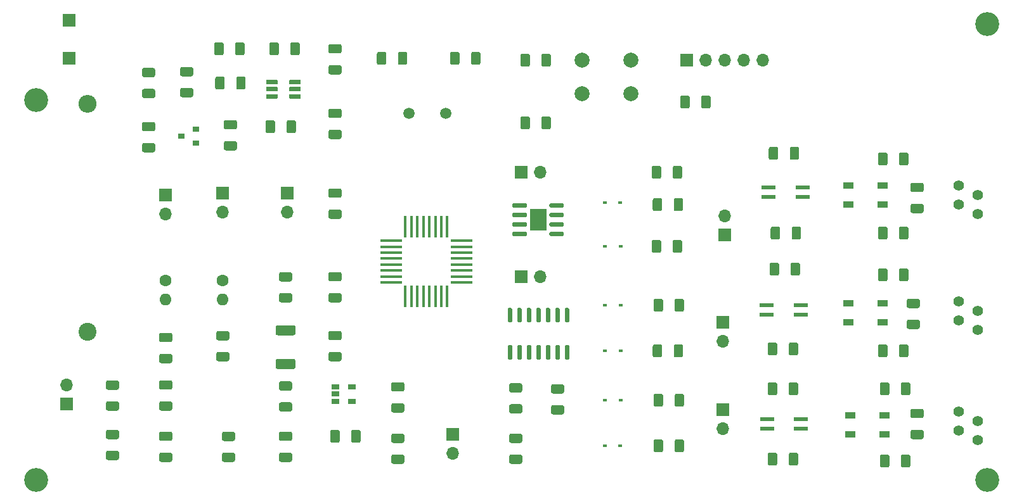
<source format=gbr>
%TF.GenerationSoftware,KiCad,Pcbnew,(5.1.6)-1*%
%TF.CreationDate,2020-08-06T11:36:23+02:00*%
%TF.ProjectId,Sintaksa-stm32g031-BMSmodul,53696e74-616b-4736-912d-73746d333267,rev?*%
%TF.SameCoordinates,Original*%
%TF.FileFunction,Soldermask,Top*%
%TF.FilePolarity,Negative*%
%FSLAX46Y46*%
G04 Gerber Fmt 4.6, Leading zero omitted, Abs format (unit mm)*
G04 Created by KiCad (PCBNEW (5.1.6)-1) date 2020-08-06 11:36:23*
%MOMM*%
%LPD*%
G01*
G04 APERTURE LIST*
%ADD10C,3.200000*%
%ADD11R,1.700000X1.700000*%
%ADD12C,1.400000*%
%ADD13R,1.350000X0.900000*%
%ADD14R,1.060000X0.650000*%
%ADD15O,1.700000X1.700000*%
%ADD16C,1.500000*%
%ADD17R,2.290000X3.000000*%
%ADD18R,3.000000X0.370000*%
%ADD19R,0.370000X3.000000*%
%ADD20O,1.600000X1.600000*%
%ADD21C,1.600000*%
%ADD22C,2.000000*%
%ADD23O,2.400000X2.400000*%
%ADD24C,2.400000*%
%ADD25R,0.900000X0.800000*%
%ADD26R,1.850000X0.600000*%
%ADD27R,0.600000X0.450000*%
G04 APERTURE END LIST*
D10*
%TO.C,H4*%
X187960000Y-116840000D03*
%TD*%
%TO.C,H3*%
X60960000Y-116840000D03*
%TD*%
%TO.C,H2*%
X60960000Y-66040000D03*
%TD*%
%TO.C,H1*%
X187960000Y-55880000D03*
%TD*%
D11*
%TO.C,J1*%
X65300000Y-60400000D03*
X65300000Y-55320000D03*
%TD*%
D12*
%TO.C,U8*%
X186690000Y-111506000D03*
X184150000Y-110236000D03*
X186690000Y-108966000D03*
X184150000Y-107696000D03*
%TD*%
%TO.C,U6*%
X186690000Y-81280000D03*
X184150000Y-80010000D03*
X186690000Y-78740000D03*
X184150000Y-77470000D03*
%TD*%
%TO.C,U7*%
X186690000Y-96774000D03*
X184150000Y-95504000D03*
X186690000Y-94234000D03*
X184150000Y-92964000D03*
%TD*%
D13*
%TO.C,L5*%
X169429000Y-95738000D03*
X169429000Y-93238000D03*
X173979000Y-93238000D03*
X173979000Y-95738000D03*
%TD*%
%TO.C,L7*%
X169683000Y-110724000D03*
X169683000Y-108224000D03*
X174233000Y-108224000D03*
X174233000Y-110724000D03*
%TD*%
%TO.C,L3*%
X169429000Y-79990000D03*
X169429000Y-77490000D03*
X173979000Y-77490000D03*
X173979000Y-79990000D03*
%TD*%
%TO.C,R22*%
G36*
G01*
X95309001Y-97485000D02*
X93158999Y-97485000D01*
G75*
G02*
X92909000Y-97235001I0J249999D01*
G01*
X92909000Y-96384999D01*
G75*
G02*
X93158999Y-96135000I249999J0D01*
G01*
X95309001Y-96135000D01*
G75*
G02*
X95559000Y-96384999I0J-249999D01*
G01*
X95559000Y-97235001D01*
G75*
G02*
X95309001Y-97485000I-249999J0D01*
G01*
G37*
G36*
G01*
X95309001Y-101985000D02*
X93158999Y-101985000D01*
G75*
G02*
X92909000Y-101735001I0J249999D01*
G01*
X92909000Y-100884999D01*
G75*
G02*
X93158999Y-100635000I249999J0D01*
G01*
X95309001Y-100635000D01*
G75*
G02*
X95559000Y-100884999I0J-249999D01*
G01*
X95559000Y-101735001D01*
G75*
G02*
X95309001Y-101985000I-249999J0D01*
G01*
G37*
%TD*%
D14*
%TO.C,U5*%
X103098000Y-104394000D03*
X103098000Y-106294000D03*
X100898000Y-106294000D03*
X100898000Y-105344000D03*
X100898000Y-104394000D03*
%TD*%
D15*
%TO.C,J12*%
X128270000Y-89662000D03*
D11*
X125730000Y-89662000D03*
%TD*%
%TO.C,U4*%
G36*
G01*
X124356000Y-95782000D02*
X124056000Y-95782000D01*
G75*
G02*
X123906000Y-95632000I0J150000D01*
G01*
X123906000Y-93982000D01*
G75*
G02*
X124056000Y-93832000I150000J0D01*
G01*
X124356000Y-93832000D01*
G75*
G02*
X124506000Y-93982000I0J-150000D01*
G01*
X124506000Y-95632000D01*
G75*
G02*
X124356000Y-95782000I-150000J0D01*
G01*
G37*
G36*
G01*
X125626000Y-95782000D02*
X125326000Y-95782000D01*
G75*
G02*
X125176000Y-95632000I0J150000D01*
G01*
X125176000Y-93982000D01*
G75*
G02*
X125326000Y-93832000I150000J0D01*
G01*
X125626000Y-93832000D01*
G75*
G02*
X125776000Y-93982000I0J-150000D01*
G01*
X125776000Y-95632000D01*
G75*
G02*
X125626000Y-95782000I-150000J0D01*
G01*
G37*
G36*
G01*
X126896000Y-95782000D02*
X126596000Y-95782000D01*
G75*
G02*
X126446000Y-95632000I0J150000D01*
G01*
X126446000Y-93982000D01*
G75*
G02*
X126596000Y-93832000I150000J0D01*
G01*
X126896000Y-93832000D01*
G75*
G02*
X127046000Y-93982000I0J-150000D01*
G01*
X127046000Y-95632000D01*
G75*
G02*
X126896000Y-95782000I-150000J0D01*
G01*
G37*
G36*
G01*
X128166000Y-95782000D02*
X127866000Y-95782000D01*
G75*
G02*
X127716000Y-95632000I0J150000D01*
G01*
X127716000Y-93982000D01*
G75*
G02*
X127866000Y-93832000I150000J0D01*
G01*
X128166000Y-93832000D01*
G75*
G02*
X128316000Y-93982000I0J-150000D01*
G01*
X128316000Y-95632000D01*
G75*
G02*
X128166000Y-95782000I-150000J0D01*
G01*
G37*
G36*
G01*
X129436000Y-95782000D02*
X129136000Y-95782000D01*
G75*
G02*
X128986000Y-95632000I0J150000D01*
G01*
X128986000Y-93982000D01*
G75*
G02*
X129136000Y-93832000I150000J0D01*
G01*
X129436000Y-93832000D01*
G75*
G02*
X129586000Y-93982000I0J-150000D01*
G01*
X129586000Y-95632000D01*
G75*
G02*
X129436000Y-95782000I-150000J0D01*
G01*
G37*
G36*
G01*
X130706000Y-95782000D02*
X130406000Y-95782000D01*
G75*
G02*
X130256000Y-95632000I0J150000D01*
G01*
X130256000Y-93982000D01*
G75*
G02*
X130406000Y-93832000I150000J0D01*
G01*
X130706000Y-93832000D01*
G75*
G02*
X130856000Y-93982000I0J-150000D01*
G01*
X130856000Y-95632000D01*
G75*
G02*
X130706000Y-95782000I-150000J0D01*
G01*
G37*
G36*
G01*
X131976000Y-95782000D02*
X131676000Y-95782000D01*
G75*
G02*
X131526000Y-95632000I0J150000D01*
G01*
X131526000Y-93982000D01*
G75*
G02*
X131676000Y-93832000I150000J0D01*
G01*
X131976000Y-93832000D01*
G75*
G02*
X132126000Y-93982000I0J-150000D01*
G01*
X132126000Y-95632000D01*
G75*
G02*
X131976000Y-95782000I-150000J0D01*
G01*
G37*
G36*
G01*
X131976000Y-100732000D02*
X131676000Y-100732000D01*
G75*
G02*
X131526000Y-100582000I0J150000D01*
G01*
X131526000Y-98932000D01*
G75*
G02*
X131676000Y-98782000I150000J0D01*
G01*
X131976000Y-98782000D01*
G75*
G02*
X132126000Y-98932000I0J-150000D01*
G01*
X132126000Y-100582000D01*
G75*
G02*
X131976000Y-100732000I-150000J0D01*
G01*
G37*
G36*
G01*
X130706000Y-100732000D02*
X130406000Y-100732000D01*
G75*
G02*
X130256000Y-100582000I0J150000D01*
G01*
X130256000Y-98932000D01*
G75*
G02*
X130406000Y-98782000I150000J0D01*
G01*
X130706000Y-98782000D01*
G75*
G02*
X130856000Y-98932000I0J-150000D01*
G01*
X130856000Y-100582000D01*
G75*
G02*
X130706000Y-100732000I-150000J0D01*
G01*
G37*
G36*
G01*
X129436000Y-100732000D02*
X129136000Y-100732000D01*
G75*
G02*
X128986000Y-100582000I0J150000D01*
G01*
X128986000Y-98932000D01*
G75*
G02*
X129136000Y-98782000I150000J0D01*
G01*
X129436000Y-98782000D01*
G75*
G02*
X129586000Y-98932000I0J-150000D01*
G01*
X129586000Y-100582000D01*
G75*
G02*
X129436000Y-100732000I-150000J0D01*
G01*
G37*
G36*
G01*
X128166000Y-100732000D02*
X127866000Y-100732000D01*
G75*
G02*
X127716000Y-100582000I0J150000D01*
G01*
X127716000Y-98932000D01*
G75*
G02*
X127866000Y-98782000I150000J0D01*
G01*
X128166000Y-98782000D01*
G75*
G02*
X128316000Y-98932000I0J-150000D01*
G01*
X128316000Y-100582000D01*
G75*
G02*
X128166000Y-100732000I-150000J0D01*
G01*
G37*
G36*
G01*
X126896000Y-100732000D02*
X126596000Y-100732000D01*
G75*
G02*
X126446000Y-100582000I0J150000D01*
G01*
X126446000Y-98932000D01*
G75*
G02*
X126596000Y-98782000I150000J0D01*
G01*
X126896000Y-98782000D01*
G75*
G02*
X127046000Y-98932000I0J-150000D01*
G01*
X127046000Y-100582000D01*
G75*
G02*
X126896000Y-100732000I-150000J0D01*
G01*
G37*
G36*
G01*
X125626000Y-100732000D02*
X125326000Y-100732000D01*
G75*
G02*
X125176000Y-100582000I0J150000D01*
G01*
X125176000Y-98932000D01*
G75*
G02*
X125326000Y-98782000I150000J0D01*
G01*
X125626000Y-98782000D01*
G75*
G02*
X125776000Y-98932000I0J-150000D01*
G01*
X125776000Y-100582000D01*
G75*
G02*
X125626000Y-100732000I-150000J0D01*
G01*
G37*
G36*
G01*
X124356000Y-100732000D02*
X124056000Y-100732000D01*
G75*
G02*
X123906000Y-100582000I0J150000D01*
G01*
X123906000Y-98932000D01*
G75*
G02*
X124056000Y-98782000I150000J0D01*
G01*
X124356000Y-98782000D01*
G75*
G02*
X124506000Y-98932000I0J-150000D01*
G01*
X124506000Y-100582000D01*
G75*
G02*
X124356000Y-100732000I-150000J0D01*
G01*
G37*
%TD*%
D16*
%TO.C,Y1*%
X115624000Y-67818000D03*
X110744000Y-67818000D03*
%TD*%
D17*
%TO.C,U3*%
X127954000Y-82030000D03*
G36*
G01*
X129454000Y-80275000D02*
X129454000Y-79975000D01*
G75*
G02*
X129604000Y-79825000I150000J0D01*
G01*
X131254000Y-79825000D01*
G75*
G02*
X131404000Y-79975000I0J-150000D01*
G01*
X131404000Y-80275000D01*
G75*
G02*
X131254000Y-80425000I-150000J0D01*
G01*
X129604000Y-80425000D01*
G75*
G02*
X129454000Y-80275000I0J150000D01*
G01*
G37*
G36*
G01*
X129454000Y-81545000D02*
X129454000Y-81245000D01*
G75*
G02*
X129604000Y-81095000I150000J0D01*
G01*
X131254000Y-81095000D01*
G75*
G02*
X131404000Y-81245000I0J-150000D01*
G01*
X131404000Y-81545000D01*
G75*
G02*
X131254000Y-81695000I-150000J0D01*
G01*
X129604000Y-81695000D01*
G75*
G02*
X129454000Y-81545000I0J150000D01*
G01*
G37*
G36*
G01*
X129454000Y-82815000D02*
X129454000Y-82515000D01*
G75*
G02*
X129604000Y-82365000I150000J0D01*
G01*
X131254000Y-82365000D01*
G75*
G02*
X131404000Y-82515000I0J-150000D01*
G01*
X131404000Y-82815000D01*
G75*
G02*
X131254000Y-82965000I-150000J0D01*
G01*
X129604000Y-82965000D01*
G75*
G02*
X129454000Y-82815000I0J150000D01*
G01*
G37*
G36*
G01*
X129454000Y-84085000D02*
X129454000Y-83785000D01*
G75*
G02*
X129604000Y-83635000I150000J0D01*
G01*
X131254000Y-83635000D01*
G75*
G02*
X131404000Y-83785000I0J-150000D01*
G01*
X131404000Y-84085000D01*
G75*
G02*
X131254000Y-84235000I-150000J0D01*
G01*
X129604000Y-84235000D01*
G75*
G02*
X129454000Y-84085000I0J150000D01*
G01*
G37*
G36*
G01*
X124504000Y-84085000D02*
X124504000Y-83785000D01*
G75*
G02*
X124654000Y-83635000I150000J0D01*
G01*
X126304000Y-83635000D01*
G75*
G02*
X126454000Y-83785000I0J-150000D01*
G01*
X126454000Y-84085000D01*
G75*
G02*
X126304000Y-84235000I-150000J0D01*
G01*
X124654000Y-84235000D01*
G75*
G02*
X124504000Y-84085000I0J150000D01*
G01*
G37*
G36*
G01*
X124504000Y-82815000D02*
X124504000Y-82515000D01*
G75*
G02*
X124654000Y-82365000I150000J0D01*
G01*
X126304000Y-82365000D01*
G75*
G02*
X126454000Y-82515000I0J-150000D01*
G01*
X126454000Y-82815000D01*
G75*
G02*
X126304000Y-82965000I-150000J0D01*
G01*
X124654000Y-82965000D01*
G75*
G02*
X124504000Y-82815000I0J150000D01*
G01*
G37*
G36*
G01*
X124504000Y-81545000D02*
X124504000Y-81245000D01*
G75*
G02*
X124654000Y-81095000I150000J0D01*
G01*
X126304000Y-81095000D01*
G75*
G02*
X126454000Y-81245000I0J-150000D01*
G01*
X126454000Y-81545000D01*
G75*
G02*
X126304000Y-81695000I-150000J0D01*
G01*
X124654000Y-81695000D01*
G75*
G02*
X124504000Y-81545000I0J150000D01*
G01*
G37*
G36*
G01*
X124504000Y-80275000D02*
X124504000Y-79975000D01*
G75*
G02*
X124654000Y-79825000I150000J0D01*
G01*
X126304000Y-79825000D01*
G75*
G02*
X126454000Y-79975000I0J-150000D01*
G01*
X126454000Y-80275000D01*
G75*
G02*
X126304000Y-80425000I-150000J0D01*
G01*
X124654000Y-80425000D01*
G75*
G02*
X124504000Y-80275000I0J150000D01*
G01*
G37*
%TD*%
%TO.C,U2*%
G36*
G01*
X94754000Y-63872000D02*
X94754000Y-63392000D01*
G75*
G02*
X94814000Y-63332000I60000J0D01*
G01*
X96194000Y-63332000D01*
G75*
G02*
X96254000Y-63392000I0J-60000D01*
G01*
X96254000Y-63872000D01*
G75*
G02*
X96194000Y-63932000I-60000J0D01*
G01*
X94814000Y-63932000D01*
G75*
G02*
X94754000Y-63872000I0J60000D01*
G01*
G37*
G36*
G01*
X94754000Y-64822000D02*
X94754000Y-64342000D01*
G75*
G02*
X94814000Y-64282000I60000J0D01*
G01*
X96194000Y-64282000D01*
G75*
G02*
X96254000Y-64342000I0J-60000D01*
G01*
X96254000Y-64822000D01*
G75*
G02*
X96194000Y-64882000I-60000J0D01*
G01*
X94814000Y-64882000D01*
G75*
G02*
X94754000Y-64822000I0J60000D01*
G01*
G37*
G36*
G01*
X94754000Y-65772000D02*
X94754000Y-65292000D01*
G75*
G02*
X94814000Y-65232000I60000J0D01*
G01*
X96194000Y-65232000D01*
G75*
G02*
X96254000Y-65292000I0J-60000D01*
G01*
X96254000Y-65772000D01*
G75*
G02*
X96194000Y-65832000I-60000J0D01*
G01*
X94814000Y-65832000D01*
G75*
G02*
X94754000Y-65772000I0J60000D01*
G01*
G37*
G36*
G01*
X91654000Y-65772000D02*
X91654000Y-65292000D01*
G75*
G02*
X91714000Y-65232000I60000J0D01*
G01*
X93094000Y-65232000D01*
G75*
G02*
X93154000Y-65292000I0J-60000D01*
G01*
X93154000Y-65772000D01*
G75*
G02*
X93094000Y-65832000I-60000J0D01*
G01*
X91714000Y-65832000D01*
G75*
G02*
X91654000Y-65772000I0J60000D01*
G01*
G37*
G36*
G01*
X91654000Y-64822000D02*
X91654000Y-64342000D01*
G75*
G02*
X91714000Y-64282000I60000J0D01*
G01*
X93094000Y-64282000D01*
G75*
G02*
X93154000Y-64342000I0J-60000D01*
G01*
X93154000Y-64822000D01*
G75*
G02*
X93094000Y-64882000I-60000J0D01*
G01*
X91714000Y-64882000D01*
G75*
G02*
X91654000Y-64822000I0J60000D01*
G01*
G37*
G36*
G01*
X91654000Y-63872000D02*
X91654000Y-63392000D01*
G75*
G02*
X91714000Y-63332000I60000J0D01*
G01*
X93094000Y-63332000D01*
G75*
G02*
X93154000Y-63392000I0J-60000D01*
G01*
X93154000Y-63872000D01*
G75*
G02*
X93094000Y-63932000I-60000J0D01*
G01*
X91714000Y-63932000D01*
G75*
G02*
X91654000Y-63872000I0J60000D01*
G01*
G37*
%TD*%
D18*
%TO.C,U1*%
X117715000Y-84830000D03*
X117715000Y-85630000D03*
X117715000Y-86430000D03*
X117715000Y-87230000D03*
X117715000Y-88030000D03*
X117715000Y-88830000D03*
X117715000Y-89630000D03*
X117715000Y-90430000D03*
D19*
X115830000Y-92315000D03*
X115030000Y-92315000D03*
X114230000Y-92315000D03*
X113430000Y-92315000D03*
X112630000Y-92315000D03*
X111830000Y-92315000D03*
X111030000Y-92315000D03*
X110230000Y-92315000D03*
D18*
X108345000Y-90430000D03*
X108345000Y-89630000D03*
X108345000Y-88830000D03*
X108345000Y-88030000D03*
X108345000Y-87230000D03*
X108345000Y-86430000D03*
X108345000Y-85630000D03*
X108345000Y-84830000D03*
D19*
X110230000Y-82945000D03*
X111030000Y-82945000D03*
X111830000Y-82945000D03*
X112630000Y-82945000D03*
X113430000Y-82945000D03*
X114230000Y-82945000D03*
X115030000Y-82945000D03*
X115830000Y-82945000D03*
%TD*%
D20*
%TO.C,TH2*%
X85852000Y-92710000D03*
D21*
X85852000Y-90170000D03*
%TD*%
D20*
%TO.C,TH1*%
X78232000Y-92710000D03*
D21*
X78232000Y-90170000D03*
%TD*%
D22*
%TO.C,SW1*%
X140358000Y-60706000D03*
X140358000Y-65206000D03*
X133858000Y-60706000D03*
X133858000Y-65206000D03*
%TD*%
%TO.C,R38*%
G36*
G01*
X144643000Y-111643000D02*
X144643000Y-112893000D01*
G75*
G02*
X144393000Y-113143000I-250000J0D01*
G01*
X143643000Y-113143000D01*
G75*
G02*
X143393000Y-112893000I0J250000D01*
G01*
X143393000Y-111643000D01*
G75*
G02*
X143643000Y-111393000I250000J0D01*
G01*
X144393000Y-111393000D01*
G75*
G02*
X144643000Y-111643000I0J-250000D01*
G01*
G37*
G36*
G01*
X147443000Y-111643000D02*
X147443000Y-112893000D01*
G75*
G02*
X147193000Y-113143000I-250000J0D01*
G01*
X146443000Y-113143000D01*
G75*
G02*
X146193000Y-112893000I0J250000D01*
G01*
X146193000Y-111643000D01*
G75*
G02*
X146443000Y-111393000I250000J0D01*
G01*
X147193000Y-111393000D01*
G75*
G02*
X147443000Y-111643000I0J-250000D01*
G01*
G37*
%TD*%
%TO.C,R37*%
G36*
G01*
X146193000Y-106797000D02*
X146193000Y-105547000D01*
G75*
G02*
X146443000Y-105297000I250000J0D01*
G01*
X147193000Y-105297000D01*
G75*
G02*
X147443000Y-105547000I0J-250000D01*
G01*
X147443000Y-106797000D01*
G75*
G02*
X147193000Y-107047000I-250000J0D01*
G01*
X146443000Y-107047000D01*
G75*
G02*
X146193000Y-106797000I0J250000D01*
G01*
G37*
G36*
G01*
X143393000Y-106797000D02*
X143393000Y-105547000D01*
G75*
G02*
X143643000Y-105297000I250000J0D01*
G01*
X144393000Y-105297000D01*
G75*
G02*
X144643000Y-105547000I0J-250000D01*
G01*
X144643000Y-106797000D01*
G75*
G02*
X144393000Y-107047000I-250000J0D01*
G01*
X143643000Y-107047000D01*
G75*
G02*
X143393000Y-106797000I0J250000D01*
G01*
G37*
%TD*%
%TO.C,R36*%
G36*
G01*
X144637000Y-92847000D02*
X144637000Y-94097000D01*
G75*
G02*
X144387000Y-94347000I-250000J0D01*
G01*
X143637000Y-94347000D01*
G75*
G02*
X143387000Y-94097000I0J250000D01*
G01*
X143387000Y-92847000D01*
G75*
G02*
X143637000Y-92597000I250000J0D01*
G01*
X144387000Y-92597000D01*
G75*
G02*
X144637000Y-92847000I0J-250000D01*
G01*
G37*
G36*
G01*
X147437000Y-92847000D02*
X147437000Y-94097000D01*
G75*
G02*
X147187000Y-94347000I-250000J0D01*
G01*
X146437000Y-94347000D01*
G75*
G02*
X146187000Y-94097000I0J250000D01*
G01*
X146187000Y-92847000D01*
G75*
G02*
X146437000Y-92597000I250000J0D01*
G01*
X147187000Y-92597000D01*
G75*
G02*
X147437000Y-92847000I0J-250000D01*
G01*
G37*
%TD*%
%TO.C,R35*%
G36*
G01*
X146063000Y-100193000D02*
X146063000Y-98943000D01*
G75*
G02*
X146313000Y-98693000I250000J0D01*
G01*
X147063000Y-98693000D01*
G75*
G02*
X147313000Y-98943000I0J-250000D01*
G01*
X147313000Y-100193000D01*
G75*
G02*
X147063000Y-100443000I-250000J0D01*
G01*
X146313000Y-100443000D01*
G75*
G02*
X146063000Y-100193000I0J250000D01*
G01*
G37*
G36*
G01*
X143263000Y-100193000D02*
X143263000Y-98943000D01*
G75*
G02*
X143513000Y-98693000I250000J0D01*
G01*
X144263000Y-98693000D01*
G75*
G02*
X144513000Y-98943000I0J-250000D01*
G01*
X144513000Y-100193000D01*
G75*
G02*
X144263000Y-100443000I-250000J0D01*
G01*
X143513000Y-100443000D01*
G75*
G02*
X143263000Y-100193000I0J250000D01*
G01*
G37*
%TD*%
%TO.C,R34*%
G36*
G01*
X125593000Y-105143000D02*
X124343000Y-105143000D01*
G75*
G02*
X124093000Y-104893000I0J250000D01*
G01*
X124093000Y-104143000D01*
G75*
G02*
X124343000Y-103893000I250000J0D01*
G01*
X125593000Y-103893000D01*
G75*
G02*
X125843000Y-104143000I0J-250000D01*
G01*
X125843000Y-104893000D01*
G75*
G02*
X125593000Y-105143000I-250000J0D01*
G01*
G37*
G36*
G01*
X125593000Y-107943000D02*
X124343000Y-107943000D01*
G75*
G02*
X124093000Y-107693000I0J250000D01*
G01*
X124093000Y-106943000D01*
G75*
G02*
X124343000Y-106693000I250000J0D01*
G01*
X125593000Y-106693000D01*
G75*
G02*
X125843000Y-106943000I0J-250000D01*
G01*
X125843000Y-107693000D01*
G75*
G02*
X125593000Y-107943000I-250000J0D01*
G01*
G37*
%TD*%
%TO.C,R33*%
G36*
G01*
X124343000Y-113427000D02*
X125593000Y-113427000D01*
G75*
G02*
X125843000Y-113677000I0J-250000D01*
G01*
X125843000Y-114427000D01*
G75*
G02*
X125593000Y-114677000I-250000J0D01*
G01*
X124343000Y-114677000D01*
G75*
G02*
X124093000Y-114427000I0J250000D01*
G01*
X124093000Y-113677000D01*
G75*
G02*
X124343000Y-113427000I250000J0D01*
G01*
G37*
G36*
G01*
X124343000Y-110627000D02*
X125593000Y-110627000D01*
G75*
G02*
X125843000Y-110877000I0J-250000D01*
G01*
X125843000Y-111627000D01*
G75*
G02*
X125593000Y-111877000I-250000J0D01*
G01*
X124343000Y-111877000D01*
G75*
G02*
X124093000Y-111627000I0J250000D01*
G01*
X124093000Y-110877000D01*
G75*
G02*
X124343000Y-110627000I250000J0D01*
G01*
G37*
%TD*%
%TO.C,R32*%
G36*
G01*
X129931000Y-106823000D02*
X131181000Y-106823000D01*
G75*
G02*
X131431000Y-107073000I0J-250000D01*
G01*
X131431000Y-107823000D01*
G75*
G02*
X131181000Y-108073000I-250000J0D01*
G01*
X129931000Y-108073000D01*
G75*
G02*
X129681000Y-107823000I0J250000D01*
G01*
X129681000Y-107073000D01*
G75*
G02*
X129931000Y-106823000I250000J0D01*
G01*
G37*
G36*
G01*
X129931000Y-104023000D02*
X131181000Y-104023000D01*
G75*
G02*
X131431000Y-104273000I0J-250000D01*
G01*
X131431000Y-105023000D01*
G75*
G02*
X131181000Y-105273000I-250000J0D01*
G01*
X129931000Y-105273000D01*
G75*
G02*
X129681000Y-105023000I0J250000D01*
G01*
X129681000Y-104273000D01*
G75*
G02*
X129931000Y-104023000I250000J0D01*
G01*
G37*
%TD*%
%TO.C,R31*%
G36*
G01*
X144389000Y-75067000D02*
X144389000Y-76317000D01*
G75*
G02*
X144139000Y-76567000I-250000J0D01*
G01*
X143389000Y-76567000D01*
G75*
G02*
X143139000Y-76317000I0J250000D01*
G01*
X143139000Y-75067000D01*
G75*
G02*
X143389000Y-74817000I250000J0D01*
G01*
X144139000Y-74817000D01*
G75*
G02*
X144389000Y-75067000I0J-250000D01*
G01*
G37*
G36*
G01*
X147189000Y-75067000D02*
X147189000Y-76317000D01*
G75*
G02*
X146939000Y-76567000I-250000J0D01*
G01*
X146189000Y-76567000D01*
G75*
G02*
X145939000Y-76317000I0J250000D01*
G01*
X145939000Y-75067000D01*
G75*
G02*
X146189000Y-74817000I250000J0D01*
G01*
X146939000Y-74817000D01*
G75*
G02*
X147189000Y-75067000I0J-250000D01*
G01*
G37*
%TD*%
%TO.C,R30*%
G36*
G01*
X128407000Y-69713000D02*
X128407000Y-68463000D01*
G75*
G02*
X128657000Y-68213000I250000J0D01*
G01*
X129407000Y-68213000D01*
G75*
G02*
X129657000Y-68463000I0J-250000D01*
G01*
X129657000Y-69713000D01*
G75*
G02*
X129407000Y-69963000I-250000J0D01*
G01*
X128657000Y-69963000D01*
G75*
G02*
X128407000Y-69713000I0J250000D01*
G01*
G37*
G36*
G01*
X125607000Y-69713000D02*
X125607000Y-68463000D01*
G75*
G02*
X125857000Y-68213000I250000J0D01*
G01*
X126607000Y-68213000D01*
G75*
G02*
X126857000Y-68463000I0J-250000D01*
G01*
X126857000Y-69713000D01*
G75*
G02*
X126607000Y-69963000I-250000J0D01*
G01*
X125857000Y-69963000D01*
G75*
G02*
X125607000Y-69713000I0J250000D01*
G01*
G37*
%TD*%
%TO.C,R29*%
G36*
G01*
X144513000Y-79385000D02*
X144513000Y-80635000D01*
G75*
G02*
X144263000Y-80885000I-250000J0D01*
G01*
X143513000Y-80885000D01*
G75*
G02*
X143263000Y-80635000I0J250000D01*
G01*
X143263000Y-79385000D01*
G75*
G02*
X143513000Y-79135000I250000J0D01*
G01*
X144263000Y-79135000D01*
G75*
G02*
X144513000Y-79385000I0J-250000D01*
G01*
G37*
G36*
G01*
X147313000Y-79385000D02*
X147313000Y-80635000D01*
G75*
G02*
X147063000Y-80885000I-250000J0D01*
G01*
X146313000Y-80885000D01*
G75*
G02*
X146063000Y-80635000I0J250000D01*
G01*
X146063000Y-79385000D01*
G75*
G02*
X146313000Y-79135000I250000J0D01*
G01*
X147063000Y-79135000D01*
G75*
G02*
X147313000Y-79385000I0J-250000D01*
G01*
G37*
%TD*%
%TO.C,R28*%
G36*
G01*
X144383000Y-84973000D02*
X144383000Y-86223000D01*
G75*
G02*
X144133000Y-86473000I-250000J0D01*
G01*
X143383000Y-86473000D01*
G75*
G02*
X143133000Y-86223000I0J250000D01*
G01*
X143133000Y-84973000D01*
G75*
G02*
X143383000Y-84723000I250000J0D01*
G01*
X144133000Y-84723000D01*
G75*
G02*
X144383000Y-84973000I0J-250000D01*
G01*
G37*
G36*
G01*
X147183000Y-84973000D02*
X147183000Y-86223000D01*
G75*
G02*
X146933000Y-86473000I-250000J0D01*
G01*
X146183000Y-86473000D01*
G75*
G02*
X145933000Y-86223000I0J250000D01*
G01*
X145933000Y-84973000D01*
G75*
G02*
X146183000Y-84723000I250000J0D01*
G01*
X146933000Y-84723000D01*
G75*
G02*
X147183000Y-84973000I0J-250000D01*
G01*
G37*
%TD*%
%TO.C,R27*%
G36*
G01*
X126857000Y-60081000D02*
X126857000Y-61331000D01*
G75*
G02*
X126607000Y-61581000I-250000J0D01*
G01*
X125857000Y-61581000D01*
G75*
G02*
X125607000Y-61331000I0J250000D01*
G01*
X125607000Y-60081000D01*
G75*
G02*
X125857000Y-59831000I250000J0D01*
G01*
X126607000Y-59831000D01*
G75*
G02*
X126857000Y-60081000I0J-250000D01*
G01*
G37*
G36*
G01*
X129657000Y-60081000D02*
X129657000Y-61331000D01*
G75*
G02*
X129407000Y-61581000I-250000J0D01*
G01*
X128657000Y-61581000D01*
G75*
G02*
X128407000Y-61331000I0J250000D01*
G01*
X128407000Y-60081000D01*
G75*
G02*
X128657000Y-59831000I250000J0D01*
G01*
X129407000Y-59831000D01*
G75*
G02*
X129657000Y-60081000I0J-250000D01*
G01*
G37*
%TD*%
%TO.C,R26*%
G36*
G01*
X103007000Y-111623000D02*
X103007000Y-110373000D01*
G75*
G02*
X103257000Y-110123000I250000J0D01*
G01*
X104007000Y-110123000D01*
G75*
G02*
X104257000Y-110373000I0J-250000D01*
G01*
X104257000Y-111623000D01*
G75*
G02*
X104007000Y-111873000I-250000J0D01*
G01*
X103257000Y-111873000D01*
G75*
G02*
X103007000Y-111623000I0J250000D01*
G01*
G37*
G36*
G01*
X100207000Y-111623000D02*
X100207000Y-110373000D01*
G75*
G02*
X100457000Y-110123000I250000J0D01*
G01*
X101207000Y-110123000D01*
G75*
G02*
X101457000Y-110373000I0J-250000D01*
G01*
X101457000Y-111623000D01*
G75*
G02*
X101207000Y-111873000I-250000J0D01*
G01*
X100457000Y-111873000D01*
G75*
G02*
X100207000Y-111623000I0J250000D01*
G01*
G37*
%TD*%
%TO.C,R25*%
G36*
G01*
X108595000Y-113427000D02*
X109845000Y-113427000D01*
G75*
G02*
X110095000Y-113677000I0J-250000D01*
G01*
X110095000Y-114427000D01*
G75*
G02*
X109845000Y-114677000I-250000J0D01*
G01*
X108595000Y-114677000D01*
G75*
G02*
X108345000Y-114427000I0J250000D01*
G01*
X108345000Y-113677000D01*
G75*
G02*
X108595000Y-113427000I250000J0D01*
G01*
G37*
G36*
G01*
X108595000Y-110627000D02*
X109845000Y-110627000D01*
G75*
G02*
X110095000Y-110877000I0J-250000D01*
G01*
X110095000Y-111627000D01*
G75*
G02*
X109845000Y-111877000I-250000J0D01*
G01*
X108595000Y-111877000D01*
G75*
G02*
X108345000Y-111627000I0J250000D01*
G01*
X108345000Y-110877000D01*
G75*
G02*
X108595000Y-110627000I250000J0D01*
G01*
G37*
%TD*%
%TO.C,R24*%
G36*
G01*
X108595000Y-106563000D02*
X109845000Y-106563000D01*
G75*
G02*
X110095000Y-106813000I0J-250000D01*
G01*
X110095000Y-107563000D01*
G75*
G02*
X109845000Y-107813000I-250000J0D01*
G01*
X108595000Y-107813000D01*
G75*
G02*
X108345000Y-107563000I0J250000D01*
G01*
X108345000Y-106813000D01*
G75*
G02*
X108595000Y-106563000I250000J0D01*
G01*
G37*
G36*
G01*
X108595000Y-103763000D02*
X109845000Y-103763000D01*
G75*
G02*
X110095000Y-104013000I0J-250000D01*
G01*
X110095000Y-104763000D01*
G75*
G02*
X109845000Y-105013000I-250000J0D01*
G01*
X108595000Y-105013000D01*
G75*
G02*
X108345000Y-104763000I0J250000D01*
G01*
X108345000Y-104013000D01*
G75*
G02*
X108595000Y-103763000I250000J0D01*
G01*
G37*
%TD*%
%TO.C,R23*%
G36*
G01*
X101463000Y-98155000D02*
X100213000Y-98155000D01*
G75*
G02*
X99963000Y-97905000I0J250000D01*
G01*
X99963000Y-97155000D01*
G75*
G02*
X100213000Y-96905000I250000J0D01*
G01*
X101463000Y-96905000D01*
G75*
G02*
X101713000Y-97155000I0J-250000D01*
G01*
X101713000Y-97905000D01*
G75*
G02*
X101463000Y-98155000I-250000J0D01*
G01*
G37*
G36*
G01*
X101463000Y-100955000D02*
X100213000Y-100955000D01*
G75*
G02*
X99963000Y-100705000I0J250000D01*
G01*
X99963000Y-99955000D01*
G75*
G02*
X100213000Y-99705000I250000J0D01*
G01*
X101463000Y-99705000D01*
G75*
G02*
X101713000Y-99955000I0J-250000D01*
G01*
X101713000Y-100705000D01*
G75*
G02*
X101463000Y-100955000I-250000J0D01*
G01*
G37*
%TD*%
%TO.C,R21*%
G36*
G01*
X85989000Y-113173000D02*
X87239000Y-113173000D01*
G75*
G02*
X87489000Y-113423000I0J-250000D01*
G01*
X87489000Y-114173000D01*
G75*
G02*
X87239000Y-114423000I-250000J0D01*
G01*
X85989000Y-114423000D01*
G75*
G02*
X85739000Y-114173000I0J250000D01*
G01*
X85739000Y-113423000D01*
G75*
G02*
X85989000Y-113173000I250000J0D01*
G01*
G37*
G36*
G01*
X85989000Y-110373000D02*
X87239000Y-110373000D01*
G75*
G02*
X87489000Y-110623000I0J-250000D01*
G01*
X87489000Y-111373000D01*
G75*
G02*
X87239000Y-111623000I-250000J0D01*
G01*
X85989000Y-111623000D01*
G75*
G02*
X85739000Y-111373000I0J250000D01*
G01*
X85739000Y-110623000D01*
G75*
G02*
X85989000Y-110373000I250000J0D01*
G01*
G37*
%TD*%
%TO.C,R20*%
G36*
G01*
X159883000Y-113421000D02*
X159883000Y-114671000D01*
G75*
G02*
X159633000Y-114921000I-250000J0D01*
G01*
X158883000Y-114921000D01*
G75*
G02*
X158633000Y-114671000I0J250000D01*
G01*
X158633000Y-113421000D01*
G75*
G02*
X158883000Y-113171000I250000J0D01*
G01*
X159633000Y-113171000D01*
G75*
G02*
X159883000Y-113421000I0J-250000D01*
G01*
G37*
G36*
G01*
X162683000Y-113421000D02*
X162683000Y-114671000D01*
G75*
G02*
X162433000Y-114921000I-250000J0D01*
G01*
X161683000Y-114921000D01*
G75*
G02*
X161433000Y-114671000I0J250000D01*
G01*
X161433000Y-113421000D01*
G75*
G02*
X161683000Y-113171000I250000J0D01*
G01*
X162433000Y-113171000D01*
G75*
G02*
X162683000Y-113421000I0J-250000D01*
G01*
G37*
%TD*%
%TO.C,R19*%
G36*
G01*
X159877000Y-104023000D02*
X159877000Y-105273000D01*
G75*
G02*
X159627000Y-105523000I-250000J0D01*
G01*
X158877000Y-105523000D01*
G75*
G02*
X158627000Y-105273000I0J250000D01*
G01*
X158627000Y-104023000D01*
G75*
G02*
X158877000Y-103773000I250000J0D01*
G01*
X159627000Y-103773000D01*
G75*
G02*
X159877000Y-104023000I0J-250000D01*
G01*
G37*
G36*
G01*
X162677000Y-104023000D02*
X162677000Y-105273000D01*
G75*
G02*
X162427000Y-105523000I-250000J0D01*
G01*
X161677000Y-105523000D01*
G75*
G02*
X161427000Y-105273000I0J250000D01*
G01*
X161427000Y-104023000D01*
G75*
G02*
X161677000Y-103773000I250000J0D01*
G01*
X162427000Y-103773000D01*
G75*
G02*
X162677000Y-104023000I0J-250000D01*
G01*
G37*
%TD*%
%TO.C,R18*%
G36*
G01*
X159883000Y-98689000D02*
X159883000Y-99939000D01*
G75*
G02*
X159633000Y-100189000I-250000J0D01*
G01*
X158883000Y-100189000D01*
G75*
G02*
X158633000Y-99939000I0J250000D01*
G01*
X158633000Y-98689000D01*
G75*
G02*
X158883000Y-98439000I250000J0D01*
G01*
X159633000Y-98439000D01*
G75*
G02*
X159883000Y-98689000I0J-250000D01*
G01*
G37*
G36*
G01*
X162683000Y-98689000D02*
X162683000Y-99939000D01*
G75*
G02*
X162433000Y-100189000I-250000J0D01*
G01*
X161683000Y-100189000D01*
G75*
G02*
X161433000Y-99939000I0J250000D01*
G01*
X161433000Y-98689000D01*
G75*
G02*
X161683000Y-98439000I250000J0D01*
G01*
X162433000Y-98439000D01*
G75*
G02*
X162683000Y-98689000I0J-250000D01*
G01*
G37*
%TD*%
%TO.C,R17*%
G36*
G01*
X160131000Y-88021000D02*
X160131000Y-89271000D01*
G75*
G02*
X159881000Y-89521000I-250000J0D01*
G01*
X159131000Y-89521000D01*
G75*
G02*
X158881000Y-89271000I0J250000D01*
G01*
X158881000Y-88021000D01*
G75*
G02*
X159131000Y-87771000I250000J0D01*
G01*
X159881000Y-87771000D01*
G75*
G02*
X160131000Y-88021000I0J-250000D01*
G01*
G37*
G36*
G01*
X162931000Y-88021000D02*
X162931000Y-89271000D01*
G75*
G02*
X162681000Y-89521000I-250000J0D01*
G01*
X161931000Y-89521000D01*
G75*
G02*
X161681000Y-89271000I0J250000D01*
G01*
X161681000Y-88021000D01*
G75*
G02*
X161931000Y-87771000I250000J0D01*
G01*
X162681000Y-87771000D01*
G75*
G02*
X162931000Y-88021000I0J-250000D01*
G01*
G37*
%TD*%
%TO.C,R16*%
G36*
G01*
X160261000Y-83195000D02*
X160261000Y-84445000D01*
G75*
G02*
X160011000Y-84695000I-250000J0D01*
G01*
X159261000Y-84695000D01*
G75*
G02*
X159011000Y-84445000I0J250000D01*
G01*
X159011000Y-83195000D01*
G75*
G02*
X159261000Y-82945000I250000J0D01*
G01*
X160011000Y-82945000D01*
G75*
G02*
X160261000Y-83195000I0J-250000D01*
G01*
G37*
G36*
G01*
X163061000Y-83195000D02*
X163061000Y-84445000D01*
G75*
G02*
X162811000Y-84695000I-250000J0D01*
G01*
X162061000Y-84695000D01*
G75*
G02*
X161811000Y-84445000I0J250000D01*
G01*
X161811000Y-83195000D01*
G75*
G02*
X162061000Y-82945000I250000J0D01*
G01*
X162811000Y-82945000D01*
G75*
G02*
X163061000Y-83195000I0J-250000D01*
G01*
G37*
%TD*%
%TO.C,R15*%
G36*
G01*
X160007000Y-72527000D02*
X160007000Y-73777000D01*
G75*
G02*
X159757000Y-74027000I-250000J0D01*
G01*
X159007000Y-74027000D01*
G75*
G02*
X158757000Y-73777000I0J250000D01*
G01*
X158757000Y-72527000D01*
G75*
G02*
X159007000Y-72277000I250000J0D01*
G01*
X159757000Y-72277000D01*
G75*
G02*
X160007000Y-72527000I0J-250000D01*
G01*
G37*
G36*
G01*
X162807000Y-72527000D02*
X162807000Y-73777000D01*
G75*
G02*
X162557000Y-74027000I-250000J0D01*
G01*
X161807000Y-74027000D01*
G75*
G02*
X161557000Y-73777000I0J250000D01*
G01*
X161557000Y-72527000D01*
G75*
G02*
X161807000Y-72277000I250000J0D01*
G01*
X162557000Y-72277000D01*
G75*
G02*
X162807000Y-72527000I0J-250000D01*
G01*
G37*
%TD*%
%TO.C,R14*%
G36*
G01*
X177937000Y-79893000D02*
X179187000Y-79893000D01*
G75*
G02*
X179437000Y-80143000I0J-250000D01*
G01*
X179437000Y-80893000D01*
G75*
G02*
X179187000Y-81143000I-250000J0D01*
G01*
X177937000Y-81143000D01*
G75*
G02*
X177687000Y-80893000I0J250000D01*
G01*
X177687000Y-80143000D01*
G75*
G02*
X177937000Y-79893000I250000J0D01*
G01*
G37*
G36*
G01*
X177937000Y-77093000D02*
X179187000Y-77093000D01*
G75*
G02*
X179437000Y-77343000I0J-250000D01*
G01*
X179437000Y-78093000D01*
G75*
G02*
X179187000Y-78343000I-250000J0D01*
G01*
X177937000Y-78343000D01*
G75*
G02*
X177687000Y-78093000I0J250000D01*
G01*
X177687000Y-77343000D01*
G75*
G02*
X177937000Y-77093000I250000J0D01*
G01*
G37*
%TD*%
%TO.C,R13*%
G36*
G01*
X177937000Y-110119000D02*
X179187000Y-110119000D01*
G75*
G02*
X179437000Y-110369000I0J-250000D01*
G01*
X179437000Y-111119000D01*
G75*
G02*
X179187000Y-111369000I-250000J0D01*
G01*
X177937000Y-111369000D01*
G75*
G02*
X177687000Y-111119000I0J250000D01*
G01*
X177687000Y-110369000D01*
G75*
G02*
X177937000Y-110119000I250000J0D01*
G01*
G37*
G36*
G01*
X177937000Y-107319000D02*
X179187000Y-107319000D01*
G75*
G02*
X179437000Y-107569000I0J-250000D01*
G01*
X179437000Y-108319000D01*
G75*
G02*
X179187000Y-108569000I-250000J0D01*
G01*
X177937000Y-108569000D01*
G75*
G02*
X177687000Y-108319000I0J250000D01*
G01*
X177687000Y-107569000D01*
G75*
G02*
X177937000Y-107319000I250000J0D01*
G01*
G37*
%TD*%
%TO.C,R12*%
G36*
G01*
X177429000Y-95393000D02*
X178679000Y-95393000D01*
G75*
G02*
X178929000Y-95643000I0J-250000D01*
G01*
X178929000Y-96393000D01*
G75*
G02*
X178679000Y-96643000I-250000J0D01*
G01*
X177429000Y-96643000D01*
G75*
G02*
X177179000Y-96393000I0J250000D01*
G01*
X177179000Y-95643000D01*
G75*
G02*
X177429000Y-95393000I250000J0D01*
G01*
G37*
G36*
G01*
X177429000Y-92593000D02*
X178679000Y-92593000D01*
G75*
G02*
X178929000Y-92843000I0J-250000D01*
G01*
X178929000Y-93593000D01*
G75*
G02*
X178679000Y-93843000I-250000J0D01*
G01*
X177429000Y-93843000D01*
G75*
G02*
X177179000Y-93593000I0J250000D01*
G01*
X177179000Y-92843000D01*
G75*
G02*
X177429000Y-92593000I250000J0D01*
G01*
G37*
%TD*%
%TO.C,R11*%
G36*
G01*
X94859000Y-90287000D02*
X93609000Y-90287000D01*
G75*
G02*
X93359000Y-90037000I0J250000D01*
G01*
X93359000Y-89287000D01*
G75*
G02*
X93609000Y-89037000I250000J0D01*
G01*
X94859000Y-89037000D01*
G75*
G02*
X95109000Y-89287000I0J-250000D01*
G01*
X95109000Y-90037000D01*
G75*
G02*
X94859000Y-90287000I-250000J0D01*
G01*
G37*
G36*
G01*
X94859000Y-93087000D02*
X93609000Y-93087000D01*
G75*
G02*
X93359000Y-92837000I0J250000D01*
G01*
X93359000Y-92087000D01*
G75*
G02*
X93609000Y-91837000I250000J0D01*
G01*
X94859000Y-91837000D01*
G75*
G02*
X95109000Y-92087000I0J-250000D01*
G01*
X95109000Y-92837000D01*
G75*
G02*
X94859000Y-93087000I-250000J0D01*
G01*
G37*
%TD*%
%TO.C,R10*%
G36*
G01*
X70495000Y-112919000D02*
X71745000Y-112919000D01*
G75*
G02*
X71995000Y-113169000I0J-250000D01*
G01*
X71995000Y-113919000D01*
G75*
G02*
X71745000Y-114169000I-250000J0D01*
G01*
X70495000Y-114169000D01*
G75*
G02*
X70245000Y-113919000I0J250000D01*
G01*
X70245000Y-113169000D01*
G75*
G02*
X70495000Y-112919000I250000J0D01*
G01*
G37*
G36*
G01*
X70495000Y-110119000D02*
X71745000Y-110119000D01*
G75*
G02*
X71995000Y-110369000I0J-250000D01*
G01*
X71995000Y-111119000D01*
G75*
G02*
X71745000Y-111369000I-250000J0D01*
G01*
X70495000Y-111369000D01*
G75*
G02*
X70245000Y-111119000I0J250000D01*
G01*
X70245000Y-110369000D01*
G75*
G02*
X70495000Y-110119000I250000J0D01*
G01*
G37*
%TD*%
%TO.C,R9*%
G36*
G01*
X77607000Y-113167000D02*
X78857000Y-113167000D01*
G75*
G02*
X79107000Y-113417000I0J-250000D01*
G01*
X79107000Y-114167000D01*
G75*
G02*
X78857000Y-114417000I-250000J0D01*
G01*
X77607000Y-114417000D01*
G75*
G02*
X77357000Y-114167000I0J250000D01*
G01*
X77357000Y-113417000D01*
G75*
G02*
X77607000Y-113167000I250000J0D01*
G01*
G37*
G36*
G01*
X77607000Y-110367000D02*
X78857000Y-110367000D01*
G75*
G02*
X79107000Y-110617000I0J-250000D01*
G01*
X79107000Y-111367000D01*
G75*
G02*
X78857000Y-111617000I-250000J0D01*
G01*
X77607000Y-111617000D01*
G75*
G02*
X77357000Y-111367000I0J250000D01*
G01*
X77357000Y-110617000D01*
G75*
G02*
X77607000Y-110367000I250000J0D01*
G01*
G37*
%TD*%
%TO.C,R8*%
G36*
G01*
X77607000Y-106309000D02*
X78857000Y-106309000D01*
G75*
G02*
X79107000Y-106559000I0J-250000D01*
G01*
X79107000Y-107309000D01*
G75*
G02*
X78857000Y-107559000I-250000J0D01*
G01*
X77607000Y-107559000D01*
G75*
G02*
X77357000Y-107309000I0J250000D01*
G01*
X77357000Y-106559000D01*
G75*
G02*
X77607000Y-106309000I250000J0D01*
G01*
G37*
G36*
G01*
X77607000Y-103509000D02*
X78857000Y-103509000D01*
G75*
G02*
X79107000Y-103759000I0J-250000D01*
G01*
X79107000Y-104509000D01*
G75*
G02*
X78857000Y-104759000I-250000J0D01*
G01*
X77607000Y-104759000D01*
G75*
G02*
X77357000Y-104509000I0J250000D01*
G01*
X77357000Y-103759000D01*
G75*
G02*
X77607000Y-103509000I250000J0D01*
G01*
G37*
%TD*%
%TO.C,R7*%
G36*
G01*
X87493000Y-69961000D02*
X86243000Y-69961000D01*
G75*
G02*
X85993000Y-69711000I0J250000D01*
G01*
X85993000Y-68961000D01*
G75*
G02*
X86243000Y-68711000I250000J0D01*
G01*
X87493000Y-68711000D01*
G75*
G02*
X87743000Y-68961000I0J-250000D01*
G01*
X87743000Y-69711000D01*
G75*
G02*
X87493000Y-69961000I-250000J0D01*
G01*
G37*
G36*
G01*
X87493000Y-72761000D02*
X86243000Y-72761000D01*
G75*
G02*
X85993000Y-72511000I0J250000D01*
G01*
X85993000Y-71761000D01*
G75*
G02*
X86243000Y-71511000I250000J0D01*
G01*
X87493000Y-71511000D01*
G75*
G02*
X87743000Y-71761000I0J-250000D01*
G01*
X87743000Y-72511000D01*
G75*
G02*
X87493000Y-72761000I-250000J0D01*
G01*
G37*
%TD*%
%TO.C,R6*%
G36*
G01*
X75321000Y-71765000D02*
X76571000Y-71765000D01*
G75*
G02*
X76821000Y-72015000I0J-250000D01*
G01*
X76821000Y-72765000D01*
G75*
G02*
X76571000Y-73015000I-250000J0D01*
G01*
X75321000Y-73015000D01*
G75*
G02*
X75071000Y-72765000I0J250000D01*
G01*
X75071000Y-72015000D01*
G75*
G02*
X75321000Y-71765000I250000J0D01*
G01*
G37*
G36*
G01*
X75321000Y-68965000D02*
X76571000Y-68965000D01*
G75*
G02*
X76821000Y-69215000I0J-250000D01*
G01*
X76821000Y-69965000D01*
G75*
G02*
X76571000Y-70215000I-250000J0D01*
G01*
X75321000Y-70215000D01*
G75*
G02*
X75071000Y-69965000I0J250000D01*
G01*
X75071000Y-69215000D01*
G75*
G02*
X75321000Y-68965000I250000J0D01*
G01*
G37*
%TD*%
D23*
%TO.C,R5*%
X67818000Y-66548000D03*
D24*
X67818000Y-97028000D03*
%TD*%
%TO.C,R4*%
G36*
G01*
X85227000Y-99711000D02*
X86477000Y-99711000D01*
G75*
G02*
X86727000Y-99961000I0J-250000D01*
G01*
X86727000Y-100711000D01*
G75*
G02*
X86477000Y-100961000I-250000J0D01*
G01*
X85227000Y-100961000D01*
G75*
G02*
X84977000Y-100711000I0J250000D01*
G01*
X84977000Y-99961000D01*
G75*
G02*
X85227000Y-99711000I250000J0D01*
G01*
G37*
G36*
G01*
X85227000Y-96911000D02*
X86477000Y-96911000D01*
G75*
G02*
X86727000Y-97161000I0J-250000D01*
G01*
X86727000Y-97911000D01*
G75*
G02*
X86477000Y-98161000I-250000J0D01*
G01*
X85227000Y-98161000D01*
G75*
G02*
X84977000Y-97911000I0J250000D01*
G01*
X84977000Y-97161000D01*
G75*
G02*
X85227000Y-96911000I250000J0D01*
G01*
G37*
%TD*%
%TO.C,R3*%
G36*
G01*
X77607000Y-99959000D02*
X78857000Y-99959000D01*
G75*
G02*
X79107000Y-100209000I0J-250000D01*
G01*
X79107000Y-100959000D01*
G75*
G02*
X78857000Y-101209000I-250000J0D01*
G01*
X77607000Y-101209000D01*
G75*
G02*
X77357000Y-100959000I0J250000D01*
G01*
X77357000Y-100209000D01*
G75*
G02*
X77607000Y-99959000I250000J0D01*
G01*
G37*
G36*
G01*
X77607000Y-97159000D02*
X78857000Y-97159000D01*
G75*
G02*
X79107000Y-97409000I0J-250000D01*
G01*
X79107000Y-98159000D01*
G75*
G02*
X78857000Y-98409000I-250000J0D01*
G01*
X77607000Y-98409000D01*
G75*
G02*
X77357000Y-98159000I0J250000D01*
G01*
X77357000Y-97409000D01*
G75*
G02*
X77607000Y-97159000I250000J0D01*
G01*
G37*
%TD*%
%TO.C,R2*%
G36*
G01*
X92827000Y-68971000D02*
X92827000Y-70221000D01*
G75*
G02*
X92577000Y-70471000I-250000J0D01*
G01*
X91827000Y-70471000D01*
G75*
G02*
X91577000Y-70221000I0J250000D01*
G01*
X91577000Y-68971000D01*
G75*
G02*
X91827000Y-68721000I250000J0D01*
G01*
X92577000Y-68721000D01*
G75*
G02*
X92827000Y-68971000I0J-250000D01*
G01*
G37*
G36*
G01*
X95627000Y-68971000D02*
X95627000Y-70221000D01*
G75*
G02*
X95377000Y-70471000I-250000J0D01*
G01*
X94627000Y-70471000D01*
G75*
G02*
X94377000Y-70221000I0J250000D01*
G01*
X94377000Y-68971000D01*
G75*
G02*
X94627000Y-68721000I250000J0D01*
G01*
X95377000Y-68721000D01*
G75*
G02*
X95627000Y-68971000I0J-250000D01*
G01*
G37*
%TD*%
%TO.C,R1*%
G36*
G01*
X100213000Y-61351000D02*
X101463000Y-61351000D01*
G75*
G02*
X101713000Y-61601000I0J-250000D01*
G01*
X101713000Y-62351000D01*
G75*
G02*
X101463000Y-62601000I-250000J0D01*
G01*
X100213000Y-62601000D01*
G75*
G02*
X99963000Y-62351000I0J250000D01*
G01*
X99963000Y-61601000D01*
G75*
G02*
X100213000Y-61351000I250000J0D01*
G01*
G37*
G36*
G01*
X100213000Y-58551000D02*
X101463000Y-58551000D01*
G75*
G02*
X101713000Y-58801000I0J-250000D01*
G01*
X101713000Y-59551000D01*
G75*
G02*
X101463000Y-59801000I-250000J0D01*
G01*
X100213000Y-59801000D01*
G75*
G02*
X99963000Y-59551000I0J250000D01*
G01*
X99963000Y-58801000D01*
G75*
G02*
X100213000Y-58551000I250000J0D01*
G01*
G37*
%TD*%
D25*
%TO.C,Q1*%
X80280000Y-70866000D03*
X82280000Y-69916000D03*
X82280000Y-71816000D03*
%TD*%
D26*
%TO.C,L6*%
X158518000Y-109982000D03*
X158518000Y-108712000D03*
X163068000Y-108712000D03*
X163068000Y-109982000D03*
%TD*%
%TO.C,L4*%
X158496000Y-94742000D03*
X158496000Y-93472000D03*
X163046000Y-93472000D03*
X163046000Y-94742000D03*
%TD*%
%TO.C,L2*%
X158750000Y-78994000D03*
X158750000Y-77724000D03*
X163300000Y-77724000D03*
X163300000Y-78994000D03*
%TD*%
%TO.C,L1*%
G36*
G01*
X87513000Y-59807000D02*
X87513000Y-58557000D01*
G75*
G02*
X87763000Y-58307000I250000J0D01*
G01*
X88513000Y-58307000D01*
G75*
G02*
X88763000Y-58557000I0J-250000D01*
G01*
X88763000Y-59807000D01*
G75*
G02*
X88513000Y-60057000I-250000J0D01*
G01*
X87763000Y-60057000D01*
G75*
G02*
X87513000Y-59807000I0J250000D01*
G01*
G37*
G36*
G01*
X84713000Y-59807000D02*
X84713000Y-58557000D01*
G75*
G02*
X84963000Y-58307000I250000J0D01*
G01*
X85713000Y-58307000D01*
G75*
G02*
X85963000Y-58557000I0J-250000D01*
G01*
X85963000Y-59807000D01*
G75*
G02*
X85713000Y-60057000I-250000J0D01*
G01*
X84963000Y-60057000D01*
G75*
G02*
X84713000Y-59807000I0J250000D01*
G01*
G37*
%TD*%
D15*
%TO.C,J11*%
X128270000Y-75692000D03*
D11*
X125730000Y-75692000D03*
%TD*%
D15*
%TO.C,J10*%
X78232000Y-81280000D03*
D11*
X78232000Y-78740000D03*
%TD*%
D15*
%TO.C,J9*%
X116586000Y-113284000D03*
D11*
X116586000Y-110744000D03*
%TD*%
D15*
%TO.C,J8*%
X65024000Y-104140000D03*
D11*
X65024000Y-106680000D03*
%TD*%
D15*
%TO.C,J7*%
X94488000Y-81026000D03*
D11*
X94488000Y-78486000D03*
%TD*%
D15*
%TO.C,J6*%
X85852000Y-81026000D03*
D11*
X85852000Y-78486000D03*
%TD*%
D15*
%TO.C,J5*%
X152654000Y-109982000D03*
D11*
X152654000Y-107442000D03*
%TD*%
D15*
%TO.C,J4*%
X152654000Y-98298000D03*
D11*
X152654000Y-95758000D03*
%TD*%
D15*
%TO.C,J3*%
X152908000Y-81534000D03*
D11*
X152908000Y-84074000D03*
%TD*%
D15*
%TO.C,J2*%
X157988000Y-60706000D03*
X155448000Y-60706000D03*
X152908000Y-60706000D03*
X150368000Y-60706000D03*
D11*
X147828000Y-60706000D03*
%TD*%
D27*
%TO.C,D9*%
X138938000Y-112268000D03*
X136838000Y-112268000D03*
%TD*%
%TO.C,D8*%
X138972000Y-106172000D03*
X136872000Y-106172000D03*
%TD*%
%TO.C,D7*%
X138972000Y-93472000D03*
X136872000Y-93472000D03*
%TD*%
%TO.C,D6*%
X139006000Y-99568000D03*
X136906000Y-99568000D03*
%TD*%
%TO.C,D5*%
X138972000Y-85598000D03*
X136872000Y-85598000D03*
%TD*%
%TO.C,D4*%
X138938000Y-79756000D03*
X136838000Y-79756000D03*
%TD*%
%TO.C,D3*%
G36*
G01*
X101463000Y-90281000D02*
X100213000Y-90281000D01*
G75*
G02*
X99963000Y-90031000I0J250000D01*
G01*
X99963000Y-89281000D01*
G75*
G02*
X100213000Y-89031000I250000J0D01*
G01*
X101463000Y-89031000D01*
G75*
G02*
X101713000Y-89281000I0J-250000D01*
G01*
X101713000Y-90031000D01*
G75*
G02*
X101463000Y-90281000I-250000J0D01*
G01*
G37*
G36*
G01*
X101463000Y-93081000D02*
X100213000Y-93081000D01*
G75*
G02*
X99963000Y-92831000I0J250000D01*
G01*
X99963000Y-92081000D01*
G75*
G02*
X100213000Y-91831000I250000J0D01*
G01*
X101463000Y-91831000D01*
G75*
G02*
X101713000Y-92081000I0J-250000D01*
G01*
X101713000Y-92831000D01*
G75*
G02*
X101463000Y-93081000I-250000J0D01*
G01*
G37*
%TD*%
%TO.C,D2*%
G36*
G01*
X76571000Y-62979000D02*
X75321000Y-62979000D01*
G75*
G02*
X75071000Y-62729000I0J250000D01*
G01*
X75071000Y-61979000D01*
G75*
G02*
X75321000Y-61729000I250000J0D01*
G01*
X76571000Y-61729000D01*
G75*
G02*
X76821000Y-61979000I0J-250000D01*
G01*
X76821000Y-62729000D01*
G75*
G02*
X76571000Y-62979000I-250000J0D01*
G01*
G37*
G36*
G01*
X76571000Y-65779000D02*
X75321000Y-65779000D01*
G75*
G02*
X75071000Y-65529000I0J250000D01*
G01*
X75071000Y-64779000D01*
G75*
G02*
X75321000Y-64529000I250000J0D01*
G01*
X76571000Y-64529000D01*
G75*
G02*
X76821000Y-64779000I0J-250000D01*
G01*
X76821000Y-65529000D01*
G75*
G02*
X76571000Y-65779000I-250000J0D01*
G01*
G37*
%TD*%
%TO.C,C17*%
G36*
G01*
X101463000Y-79105000D02*
X100213000Y-79105000D01*
G75*
G02*
X99963000Y-78855000I0J250000D01*
G01*
X99963000Y-78105000D01*
G75*
G02*
X100213000Y-77855000I250000J0D01*
G01*
X101463000Y-77855000D01*
G75*
G02*
X101713000Y-78105000I0J-250000D01*
G01*
X101713000Y-78855000D01*
G75*
G02*
X101463000Y-79105000I-250000J0D01*
G01*
G37*
G36*
G01*
X101463000Y-81905000D02*
X100213000Y-81905000D01*
G75*
G02*
X99963000Y-81655000I0J250000D01*
G01*
X99963000Y-80905000D01*
G75*
G02*
X100213000Y-80655000I250000J0D01*
G01*
X101463000Y-80655000D01*
G75*
G02*
X101713000Y-80905000I0J-250000D01*
G01*
X101713000Y-81655000D01*
G75*
G02*
X101463000Y-81905000I-250000J0D01*
G01*
G37*
%TD*%
%TO.C,C16*%
G36*
G01*
X87643000Y-64379000D02*
X87643000Y-63129000D01*
G75*
G02*
X87893000Y-62879000I250000J0D01*
G01*
X88643000Y-62879000D01*
G75*
G02*
X88893000Y-63129000I0J-250000D01*
G01*
X88893000Y-64379000D01*
G75*
G02*
X88643000Y-64629000I-250000J0D01*
G01*
X87893000Y-64629000D01*
G75*
G02*
X87643000Y-64379000I0J250000D01*
G01*
G37*
G36*
G01*
X84843000Y-64379000D02*
X84843000Y-63129000D01*
G75*
G02*
X85093000Y-62879000I250000J0D01*
G01*
X85843000Y-62879000D01*
G75*
G02*
X86093000Y-63129000I0J-250000D01*
G01*
X86093000Y-64379000D01*
G75*
G02*
X85843000Y-64629000I-250000J0D01*
G01*
X85093000Y-64629000D01*
G75*
G02*
X84843000Y-64379000I0J250000D01*
G01*
G37*
%TD*%
%TO.C,C15*%
G36*
G01*
X94879000Y-59807000D02*
X94879000Y-58557000D01*
G75*
G02*
X95129000Y-58307000I250000J0D01*
G01*
X95879000Y-58307000D01*
G75*
G02*
X96129000Y-58557000I0J-250000D01*
G01*
X96129000Y-59807000D01*
G75*
G02*
X95879000Y-60057000I-250000J0D01*
G01*
X95129000Y-60057000D01*
G75*
G02*
X94879000Y-59807000I0J250000D01*
G01*
G37*
G36*
G01*
X92079000Y-59807000D02*
X92079000Y-58557000D01*
G75*
G02*
X92329000Y-58307000I250000J0D01*
G01*
X93079000Y-58307000D01*
G75*
G02*
X93329000Y-58557000I0J-250000D01*
G01*
X93329000Y-59807000D01*
G75*
G02*
X93079000Y-60057000I-250000J0D01*
G01*
X92329000Y-60057000D01*
G75*
G02*
X92079000Y-59807000I0J250000D01*
G01*
G37*
%TD*%
%TO.C,C14*%
G36*
G01*
X101463000Y-68437000D02*
X100213000Y-68437000D01*
G75*
G02*
X99963000Y-68187000I0J250000D01*
G01*
X99963000Y-67437000D01*
G75*
G02*
X100213000Y-67187000I250000J0D01*
G01*
X101463000Y-67187000D01*
G75*
G02*
X101713000Y-67437000I0J-250000D01*
G01*
X101713000Y-68187000D01*
G75*
G02*
X101463000Y-68437000I-250000J0D01*
G01*
G37*
G36*
G01*
X101463000Y-71237000D02*
X100213000Y-71237000D01*
G75*
G02*
X99963000Y-70987000I0J250000D01*
G01*
X99963000Y-70237000D01*
G75*
G02*
X100213000Y-69987000I250000J0D01*
G01*
X101463000Y-69987000D01*
G75*
G02*
X101713000Y-70237000I0J-250000D01*
G01*
X101713000Y-70987000D01*
G75*
G02*
X101463000Y-71237000I-250000J0D01*
G01*
G37*
%TD*%
%TO.C,C13*%
G36*
G01*
X174863000Y-113675000D02*
X174863000Y-114925000D01*
G75*
G02*
X174613000Y-115175000I-250000J0D01*
G01*
X173863000Y-115175000D01*
G75*
G02*
X173613000Y-114925000I0J250000D01*
G01*
X173613000Y-113675000D01*
G75*
G02*
X173863000Y-113425000I250000J0D01*
G01*
X174613000Y-113425000D01*
G75*
G02*
X174863000Y-113675000I0J-250000D01*
G01*
G37*
G36*
G01*
X177663000Y-113675000D02*
X177663000Y-114925000D01*
G75*
G02*
X177413000Y-115175000I-250000J0D01*
G01*
X176663000Y-115175000D01*
G75*
G02*
X176413000Y-114925000I0J250000D01*
G01*
X176413000Y-113675000D01*
G75*
G02*
X176663000Y-113425000I250000J0D01*
G01*
X177413000Y-113425000D01*
G75*
G02*
X177663000Y-113675000I0J-250000D01*
G01*
G37*
%TD*%
%TO.C,C12*%
G36*
G01*
X176413000Y-105273000D02*
X176413000Y-104023000D01*
G75*
G02*
X176663000Y-103773000I250000J0D01*
G01*
X177413000Y-103773000D01*
G75*
G02*
X177663000Y-104023000I0J-250000D01*
G01*
X177663000Y-105273000D01*
G75*
G02*
X177413000Y-105523000I-250000J0D01*
G01*
X176663000Y-105523000D01*
G75*
G02*
X176413000Y-105273000I0J250000D01*
G01*
G37*
G36*
G01*
X173613000Y-105273000D02*
X173613000Y-104023000D01*
G75*
G02*
X173863000Y-103773000I250000J0D01*
G01*
X174613000Y-103773000D01*
G75*
G02*
X174863000Y-104023000I0J-250000D01*
G01*
X174863000Y-105273000D01*
G75*
G02*
X174613000Y-105523000I-250000J0D01*
G01*
X173863000Y-105523000D01*
G75*
G02*
X173613000Y-105273000I0J250000D01*
G01*
G37*
%TD*%
%TO.C,C11*%
G36*
G01*
X174609000Y-98943000D02*
X174609000Y-100193000D01*
G75*
G02*
X174359000Y-100443000I-250000J0D01*
G01*
X173609000Y-100443000D01*
G75*
G02*
X173359000Y-100193000I0J250000D01*
G01*
X173359000Y-98943000D01*
G75*
G02*
X173609000Y-98693000I250000J0D01*
G01*
X174359000Y-98693000D01*
G75*
G02*
X174609000Y-98943000I0J-250000D01*
G01*
G37*
G36*
G01*
X177409000Y-98943000D02*
X177409000Y-100193000D01*
G75*
G02*
X177159000Y-100443000I-250000J0D01*
G01*
X176409000Y-100443000D01*
G75*
G02*
X176159000Y-100193000I0J250000D01*
G01*
X176159000Y-98943000D01*
G75*
G02*
X176409000Y-98693000I250000J0D01*
G01*
X177159000Y-98693000D01*
G75*
G02*
X177409000Y-98943000I0J-250000D01*
G01*
G37*
%TD*%
%TO.C,C10*%
G36*
G01*
X176159000Y-90033000D02*
X176159000Y-88783000D01*
G75*
G02*
X176409000Y-88533000I250000J0D01*
G01*
X177159000Y-88533000D01*
G75*
G02*
X177409000Y-88783000I0J-250000D01*
G01*
X177409000Y-90033000D01*
G75*
G02*
X177159000Y-90283000I-250000J0D01*
G01*
X176409000Y-90283000D01*
G75*
G02*
X176159000Y-90033000I0J250000D01*
G01*
G37*
G36*
G01*
X173359000Y-90033000D02*
X173359000Y-88783000D01*
G75*
G02*
X173609000Y-88533000I250000J0D01*
G01*
X174359000Y-88533000D01*
G75*
G02*
X174609000Y-88783000I0J-250000D01*
G01*
X174609000Y-90033000D01*
G75*
G02*
X174359000Y-90283000I-250000J0D01*
G01*
X173609000Y-90283000D01*
G75*
G02*
X173359000Y-90033000I0J250000D01*
G01*
G37*
%TD*%
%TO.C,C9*%
G36*
G01*
X174609000Y-83195000D02*
X174609000Y-84445000D01*
G75*
G02*
X174359000Y-84695000I-250000J0D01*
G01*
X173609000Y-84695000D01*
G75*
G02*
X173359000Y-84445000I0J250000D01*
G01*
X173359000Y-83195000D01*
G75*
G02*
X173609000Y-82945000I250000J0D01*
G01*
X174359000Y-82945000D01*
G75*
G02*
X174609000Y-83195000I0J-250000D01*
G01*
G37*
G36*
G01*
X177409000Y-83195000D02*
X177409000Y-84445000D01*
G75*
G02*
X177159000Y-84695000I-250000J0D01*
G01*
X176409000Y-84695000D01*
G75*
G02*
X176159000Y-84445000I0J250000D01*
G01*
X176159000Y-83195000D01*
G75*
G02*
X176409000Y-82945000I250000J0D01*
G01*
X177159000Y-82945000D01*
G75*
G02*
X177409000Y-83195000I0J-250000D01*
G01*
G37*
%TD*%
%TO.C,C8*%
G36*
G01*
X176159000Y-74539000D02*
X176159000Y-73289000D01*
G75*
G02*
X176409000Y-73039000I250000J0D01*
G01*
X177159000Y-73039000D01*
G75*
G02*
X177409000Y-73289000I0J-250000D01*
G01*
X177409000Y-74539000D01*
G75*
G02*
X177159000Y-74789000I-250000J0D01*
G01*
X176409000Y-74789000D01*
G75*
G02*
X176159000Y-74539000I0J250000D01*
G01*
G37*
G36*
G01*
X173359000Y-74539000D02*
X173359000Y-73289000D01*
G75*
G02*
X173609000Y-73039000I250000J0D01*
G01*
X174359000Y-73039000D01*
G75*
G02*
X174609000Y-73289000I0J-250000D01*
G01*
X174609000Y-74539000D01*
G75*
G02*
X174359000Y-74789000I-250000J0D01*
G01*
X173609000Y-74789000D01*
G75*
G02*
X173359000Y-74539000I0J250000D01*
G01*
G37*
%TD*%
%TO.C,C7*%
G36*
G01*
X94859000Y-104889000D02*
X93609000Y-104889000D01*
G75*
G02*
X93359000Y-104639000I0J250000D01*
G01*
X93359000Y-103889000D01*
G75*
G02*
X93609000Y-103639000I250000J0D01*
G01*
X94859000Y-103639000D01*
G75*
G02*
X95109000Y-103889000I0J-250000D01*
G01*
X95109000Y-104639000D01*
G75*
G02*
X94859000Y-104889000I-250000J0D01*
G01*
G37*
G36*
G01*
X94859000Y-107689000D02*
X93609000Y-107689000D01*
G75*
G02*
X93359000Y-107439000I0J250000D01*
G01*
X93359000Y-106689000D01*
G75*
G02*
X93609000Y-106439000I250000J0D01*
G01*
X94859000Y-106439000D01*
G75*
G02*
X95109000Y-106689000I0J-250000D01*
G01*
X95109000Y-107439000D01*
G75*
G02*
X94859000Y-107689000I-250000J0D01*
G01*
G37*
%TD*%
%TO.C,C6*%
G36*
G01*
X93609000Y-113167000D02*
X94859000Y-113167000D01*
G75*
G02*
X95109000Y-113417000I0J-250000D01*
G01*
X95109000Y-114167000D01*
G75*
G02*
X94859000Y-114417000I-250000J0D01*
G01*
X93609000Y-114417000D01*
G75*
G02*
X93359000Y-114167000I0J250000D01*
G01*
X93359000Y-113417000D01*
G75*
G02*
X93609000Y-113167000I250000J0D01*
G01*
G37*
G36*
G01*
X93609000Y-110367000D02*
X94859000Y-110367000D01*
G75*
G02*
X95109000Y-110617000I0J-250000D01*
G01*
X95109000Y-111367000D01*
G75*
G02*
X94859000Y-111617000I-250000J0D01*
G01*
X93609000Y-111617000D01*
G75*
G02*
X93359000Y-111367000I0J250000D01*
G01*
X93359000Y-110617000D01*
G75*
G02*
X93609000Y-110367000I250000J0D01*
G01*
G37*
%TD*%
%TO.C,C5*%
G36*
G01*
X107683000Y-59827000D02*
X107683000Y-61077000D01*
G75*
G02*
X107433000Y-61327000I-250000J0D01*
G01*
X106683000Y-61327000D01*
G75*
G02*
X106433000Y-61077000I0J250000D01*
G01*
X106433000Y-59827000D01*
G75*
G02*
X106683000Y-59577000I250000J0D01*
G01*
X107433000Y-59577000D01*
G75*
G02*
X107683000Y-59827000I0J-250000D01*
G01*
G37*
G36*
G01*
X110483000Y-59827000D02*
X110483000Y-61077000D01*
G75*
G02*
X110233000Y-61327000I-250000J0D01*
G01*
X109483000Y-61327000D01*
G75*
G02*
X109233000Y-61077000I0J250000D01*
G01*
X109233000Y-59827000D01*
G75*
G02*
X109483000Y-59577000I250000J0D01*
G01*
X110233000Y-59577000D01*
G75*
G02*
X110483000Y-59827000I0J-250000D01*
G01*
G37*
%TD*%
%TO.C,C4*%
G36*
G01*
X117465000Y-59827000D02*
X117465000Y-61077000D01*
G75*
G02*
X117215000Y-61327000I-250000J0D01*
G01*
X116465000Y-61327000D01*
G75*
G02*
X116215000Y-61077000I0J250000D01*
G01*
X116215000Y-59827000D01*
G75*
G02*
X116465000Y-59577000I250000J0D01*
G01*
X117215000Y-59577000D01*
G75*
G02*
X117465000Y-59827000I0J-250000D01*
G01*
G37*
G36*
G01*
X120265000Y-59827000D02*
X120265000Y-61077000D01*
G75*
G02*
X120015000Y-61327000I-250000J0D01*
G01*
X119265000Y-61327000D01*
G75*
G02*
X119015000Y-61077000I0J250000D01*
G01*
X119015000Y-59827000D01*
G75*
G02*
X119265000Y-59577000I250000J0D01*
G01*
X120015000Y-59577000D01*
G75*
G02*
X120265000Y-59827000I0J-250000D01*
G01*
G37*
%TD*%
%TO.C,C3*%
G36*
G01*
X70495000Y-106315000D02*
X71745000Y-106315000D01*
G75*
G02*
X71995000Y-106565000I0J-250000D01*
G01*
X71995000Y-107315000D01*
G75*
G02*
X71745000Y-107565000I-250000J0D01*
G01*
X70495000Y-107565000D01*
G75*
G02*
X70245000Y-107315000I0J250000D01*
G01*
X70245000Y-106565000D01*
G75*
G02*
X70495000Y-106315000I250000J0D01*
G01*
G37*
G36*
G01*
X70495000Y-103515000D02*
X71745000Y-103515000D01*
G75*
G02*
X71995000Y-103765000I0J-250000D01*
G01*
X71995000Y-104515000D01*
G75*
G02*
X71745000Y-104765000I-250000J0D01*
G01*
X70495000Y-104765000D01*
G75*
G02*
X70245000Y-104515000I0J250000D01*
G01*
X70245000Y-103765000D01*
G75*
G02*
X70495000Y-103515000I250000J0D01*
G01*
G37*
%TD*%
%TO.C,C2*%
G36*
G01*
X149743000Y-66919000D02*
X149743000Y-65669000D01*
G75*
G02*
X149993000Y-65419000I250000J0D01*
G01*
X150743000Y-65419000D01*
G75*
G02*
X150993000Y-65669000I0J-250000D01*
G01*
X150993000Y-66919000D01*
G75*
G02*
X150743000Y-67169000I-250000J0D01*
G01*
X149993000Y-67169000D01*
G75*
G02*
X149743000Y-66919000I0J250000D01*
G01*
G37*
G36*
G01*
X146943000Y-66919000D02*
X146943000Y-65669000D01*
G75*
G02*
X147193000Y-65419000I250000J0D01*
G01*
X147943000Y-65419000D01*
G75*
G02*
X148193000Y-65669000I0J-250000D01*
G01*
X148193000Y-66919000D01*
G75*
G02*
X147943000Y-67169000I-250000J0D01*
G01*
X147193000Y-67169000D01*
G75*
G02*
X146943000Y-66919000I0J250000D01*
G01*
G37*
%TD*%
%TO.C,C1*%
G36*
G01*
X80401000Y-64405000D02*
X81651000Y-64405000D01*
G75*
G02*
X81901000Y-64655000I0J-250000D01*
G01*
X81901000Y-65405000D01*
G75*
G02*
X81651000Y-65655000I-250000J0D01*
G01*
X80401000Y-65655000D01*
G75*
G02*
X80151000Y-65405000I0J250000D01*
G01*
X80151000Y-64655000D01*
G75*
G02*
X80401000Y-64405000I250000J0D01*
G01*
G37*
G36*
G01*
X80401000Y-61605000D02*
X81651000Y-61605000D01*
G75*
G02*
X81901000Y-61855000I0J-250000D01*
G01*
X81901000Y-62605000D01*
G75*
G02*
X81651000Y-62855000I-250000J0D01*
G01*
X80401000Y-62855000D01*
G75*
G02*
X80151000Y-62605000I0J250000D01*
G01*
X80151000Y-61855000D01*
G75*
G02*
X80401000Y-61605000I250000J0D01*
G01*
G37*
%TD*%
M02*

</source>
